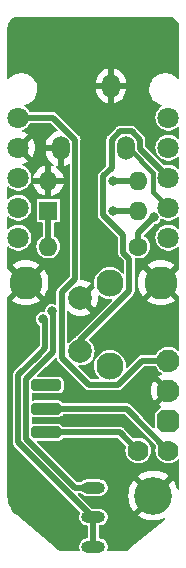
<source format=gtl>
G04 #@! TF.GenerationSoftware,KiCad,Pcbnew,7.0.6*
G04 #@! TF.CreationDate,2023-09-07T09:30:41-03:00*
G04 #@! TF.ProjectId,Lift Switch,4c696674-2053-4776-9974-63682e6b6963,rev?*
G04 #@! TF.SameCoordinates,Original*
G04 #@! TF.FileFunction,Copper,L1,Top*
G04 #@! TF.FilePolarity,Positive*
%FSLAX46Y46*%
G04 Gerber Fmt 4.6, Leading zero omitted, Abs format (unit mm)*
G04 Created by KiCad (PCBNEW 7.0.6) date 2023-09-07 09:30:41*
%MOMM*%
%LPD*%
G01*
G04 APERTURE LIST*
G04 Aperture macros list*
%AMRoundRect*
0 Rectangle with rounded corners*
0 $1 Rounding radius*
0 $2 $3 $4 $5 $6 $7 $8 $9 X,Y pos of 4 corners*
0 Add a 4 corners polygon primitive as box body*
4,1,4,$2,$3,$4,$5,$6,$7,$8,$9,$2,$3,0*
0 Add four circle primitives for the rounded corners*
1,1,$1+$1,$2,$3*
1,1,$1+$1,$4,$5*
1,1,$1+$1,$6,$7*
1,1,$1+$1,$8,$9*
0 Add four rect primitives between the rounded corners*
20,1,$1+$1,$2,$3,$4,$5,0*
20,1,$1+$1,$4,$5,$6,$7,0*
20,1,$1+$1,$6,$7,$8,$9,0*
20,1,$1+$1,$8,$9,$2,$3,0*%
%AMOutline5P*
0 Free polygon, 5 corners , with rotation*
0 The origin of the aperture is its center*
0 number of corners: always 5*
0 $1 to $10 corner X, Y*
0 $11 Rotation angle, in degrees counterclockwise*
0 create outline with 5 corners*
4,1,5,$1,$2,$3,$4,$5,$6,$7,$8,$9,$10,$1,$2,$11*%
%AMOutline6P*
0 Free polygon, 6 corners , with rotation*
0 The origin of the aperture is its center*
0 number of corners: always 6*
0 $1 to $12 corner X, Y*
0 $13 Rotation angle, in degrees counterclockwise*
0 create outline with 6 corners*
4,1,6,$1,$2,$3,$4,$5,$6,$7,$8,$9,$10,$11,$12,$1,$2,$13*%
%AMOutline7P*
0 Free polygon, 7 corners , with rotation*
0 The origin of the aperture is its center*
0 number of corners: always 7*
0 $1 to $14 corner X, Y*
0 $15 Rotation angle, in degrees counterclockwise*
0 create outline with 7 corners*
4,1,7,$1,$2,$3,$4,$5,$6,$7,$8,$9,$10,$11,$12,$13,$14,$1,$2,$15*%
%AMOutline8P*
0 Free polygon, 8 corners , with rotation*
0 The origin of the aperture is its center*
0 number of corners: always 8*
0 $1 to $16 corner X, Y*
0 $17 Rotation angle, in degrees counterclockwise*
0 create outline with 8 corners*
4,1,8,$1,$2,$3,$4,$5,$6,$7,$8,$9,$10,$11,$12,$13,$14,$15,$16,$1,$2,$17*%
G04 Aperture macros list end*
G04 #@! TA.AperFunction,ComponentPad*
%ADD10C,1.930400*%
G04 #@! TD*
G04 #@! TA.AperFunction,ComponentPad*
%ADD11Outline8P,-0.965200X0.482600X-0.482600X0.965200X0.482600X0.965200X0.965200X0.482600X0.965200X-0.482600X0.482600X-0.965200X-0.482600X-0.965200X-0.965200X-0.482600X270.000000*%
G04 #@! TD*
G04 #@! TA.AperFunction,ComponentPad*
%ADD12C,1.778000*%
G04 #@! TD*
G04 #@! TA.AperFunction,ComponentPad*
%ADD13C,3.200000*%
G04 #@! TD*
G04 #@! TA.AperFunction,ComponentPad*
%ADD14C,1.800000*%
G04 #@! TD*
G04 #@! TA.AperFunction,ComponentPad*
%ADD15C,2.800000*%
G04 #@! TD*
G04 #@! TA.AperFunction,SMDPad,CuDef*
%ADD16RoundRect,0.250000X-1.000000X-0.250000X1.000000X-0.250000X1.000000X0.250000X-1.000000X0.250000X0*%
G04 #@! TD*
G04 #@! TA.AperFunction,ComponentPad*
%ADD17C,1.600000*%
G04 #@! TD*
G04 #@! TA.AperFunction,ComponentPad*
%ADD18O,1.600000X1.600000*%
G04 #@! TD*
G04 #@! TA.AperFunction,ComponentPad*
%ADD19R,1.600000X1.600000*%
G04 #@! TD*
G04 #@! TA.AperFunction,ComponentPad*
%ADD20O,2.000000X1.000000*%
G04 #@! TD*
G04 #@! TA.AperFunction,ComponentPad*
%ADD21C,2.000000*%
G04 #@! TD*
G04 #@! TA.AperFunction,ComponentPad*
%ADD22C,2.300000*%
G04 #@! TD*
G04 #@! TA.AperFunction,ComponentPad*
%ADD23O,1.500000X2.000000*%
G04 #@! TD*
G04 #@! TA.AperFunction,ViaPad*
%ADD24C,0.800000*%
G04 #@! TD*
G04 #@! TA.AperFunction,Conductor*
%ADD25C,0.508000*%
G04 #@! TD*
G04 #@! TA.AperFunction,Conductor*
%ADD26C,0.381000*%
G04 #@! TD*
G04 APERTURE END LIST*
D10*
X140970000Y-105664000D03*
X140970000Y-108204000D03*
D11*
X140970000Y-110744000D03*
D12*
X140970000Y-113284000D03*
X138430000Y-113284000D03*
D13*
X139700000Y-117094000D03*
D14*
X128270000Y-85090000D03*
X128270000Y-87630000D03*
X128270000Y-90170000D03*
X128270000Y-92710000D03*
X128270000Y-95250000D03*
X140970000Y-95250000D03*
X140970000Y-92710000D03*
X140970000Y-90170000D03*
X140970000Y-87630000D03*
X140970000Y-85090000D03*
D15*
X140335000Y-99060000D03*
X128905000Y-99060000D03*
D16*
X130650000Y-107744000D03*
X130650000Y-111744000D03*
X130650000Y-109744000D03*
D17*
X138430000Y-96012000D03*
D18*
X130810000Y-96012000D03*
D19*
X130820000Y-92969000D03*
D18*
X130820000Y-90429000D03*
X138440000Y-90429000D03*
X138440000Y-92969000D03*
D20*
X134620000Y-118924000D03*
X134620000Y-121424000D03*
X134620000Y-116424000D03*
D21*
X133527000Y-104866000D03*
X133527000Y-100366000D03*
D22*
X136027000Y-99116000D03*
X136027000Y-106116000D03*
D23*
X131870000Y-87700000D03*
X136120000Y-82400000D03*
X137370000Y-87700000D03*
D24*
X138176000Y-108458000D03*
X130683000Y-83820000D03*
X140716000Y-103886000D03*
X133096000Y-102616000D03*
X128397000Y-80391000D03*
X139065000Y-85217000D03*
X132080000Y-113284000D03*
X134620000Y-77597000D03*
X131191000Y-97790000D03*
X134275651Y-94160696D03*
X137160000Y-116586000D03*
X128524000Y-114173000D03*
X128651000Y-101600000D03*
X128905000Y-117856000D03*
X140716000Y-101473000D03*
X130175000Y-86487000D03*
X136271000Y-120269000D03*
X128397000Y-104902000D03*
X135382000Y-103886000D03*
X128397000Y-77597000D03*
X136271000Y-113030000D03*
X132969000Y-108331000D03*
X140843000Y-77724000D03*
X134493000Y-87503000D03*
X138811000Y-81534000D03*
X132842000Y-120269000D03*
X130355427Y-102140353D03*
X136306920Y-90423196D03*
X136306500Y-92964000D03*
X131099500Y-101473000D03*
X139719101Y-93536897D03*
D25*
X133074000Y-86951287D02*
X131212713Y-85090000D01*
X133074000Y-98762733D02*
X133074000Y-86951287D01*
X131953000Y-99883733D02*
X133074000Y-98762733D01*
X136691399Y-107720000D02*
X134263000Y-107720000D01*
X140970000Y-105664000D02*
X138747399Y-105664000D01*
X131212713Y-85090000D02*
X128270000Y-85090000D01*
X131953000Y-105410000D02*
X131953000Y-99883733D01*
X134263000Y-107720000D02*
X131953000Y-105410000D01*
X138747399Y-105664000D02*
X136691399Y-107720000D01*
D26*
X137370000Y-87700000D02*
X137620000Y-87700000D01*
X139679500Y-91419500D02*
X140970000Y-92710000D01*
X137620000Y-87700000D02*
X139679500Y-89759500D01*
X139679500Y-89759500D02*
X139679500Y-91419500D01*
D25*
X134620000Y-121424000D02*
X134620000Y-118924000D01*
X130537000Y-104610130D02*
X130537000Y-103251000D01*
X128238000Y-112578869D02*
X128238000Y-107696000D01*
X136306920Y-90423196D02*
X138434196Y-90423196D01*
X134583131Y-118924000D02*
X132376394Y-116717263D01*
X130537000Y-102321926D02*
X130355427Y-102140353D01*
X129892565Y-105254565D02*
X130537000Y-104610130D01*
X134620000Y-118924000D02*
X134583131Y-118924000D01*
X130537000Y-103251000D02*
X130537000Y-102321926D01*
X132376394Y-116717263D02*
X128238000Y-112578869D01*
X128238000Y-107696000D02*
X128238000Y-106909130D01*
X138434196Y-90423196D02*
X138440000Y-90429000D01*
X128238000Y-106909130D02*
X129892565Y-105254565D01*
X131245000Y-104903394D02*
X131245000Y-103124000D01*
X133084394Y-116424000D02*
X128946000Y-112285606D01*
X134620000Y-116424000D02*
X133084394Y-116424000D01*
X128946000Y-107202394D02*
X131245000Y-104903394D01*
X138435000Y-92964000D02*
X138440000Y-92969000D01*
X131245000Y-103124000D02*
X131245000Y-101618500D01*
X131245000Y-101618500D02*
X131099500Y-101473000D01*
X128946000Y-112285606D02*
X128946000Y-107569000D01*
X136306500Y-92964000D02*
X138435000Y-92964000D01*
X128946000Y-107569000D02*
X128946000Y-107202394D01*
X138430000Y-96012000D02*
X138430000Y-94825998D01*
X138430000Y-94825998D02*
X139719101Y-93536897D01*
X130820000Y-92969000D02*
X130820000Y-96002000D01*
X130820000Y-96002000D02*
X130810000Y-96012000D01*
X140970000Y-90170000D02*
X140970000Y-90138539D01*
X137668000Y-97023424D02*
X137668000Y-99743399D01*
X135452500Y-90069877D02*
X135452500Y-93317739D01*
X138574000Y-86951287D02*
X137868713Y-86246000D01*
X136166000Y-89356377D02*
X135452500Y-90069877D01*
X137160000Y-95025239D02*
X137160000Y-96515424D01*
X137868713Y-86246000D02*
X136871287Y-86246000D01*
X135452500Y-93317739D02*
X137160000Y-95025239D01*
X133527000Y-103884399D02*
X133527000Y-104866000D01*
X137160000Y-96515424D02*
X137668000Y-97023424D01*
X138574000Y-87742539D02*
X138574000Y-86951287D01*
X140970000Y-90138539D02*
X138574000Y-87742539D01*
X136871287Y-86246000D02*
X136166000Y-86951287D01*
X136166000Y-86951287D02*
X136166000Y-89356377D01*
X137668000Y-99743399D02*
X133527000Y-103884399D01*
X136890000Y-111744000D02*
X130650000Y-111744000D01*
X138430000Y-113284000D02*
X136890000Y-111744000D01*
X130650000Y-109744000D02*
X137430000Y-109744000D01*
X137430000Y-109744000D02*
X140970000Y-113284000D01*
G04 #@! TA.AperFunction,Conductor*
G36*
X131041643Y-85562093D02*
G01*
X131046479Y-85566526D01*
X131584885Y-86104932D01*
X131606625Y-86151552D01*
X131593311Y-86201239D01*
X131554949Y-86229625D01*
X131373580Y-86288555D01*
X131174171Y-86395862D01*
X131174166Y-86395866D01*
X130997130Y-86537047D01*
X130848143Y-86707576D01*
X130732004Y-86901958D01*
X130732002Y-86901963D01*
X130652433Y-87113970D01*
X130612000Y-87336768D01*
X130612000Y-87446000D01*
X131370000Y-87446000D01*
X131370000Y-87954000D01*
X130612000Y-87954000D01*
X130612000Y-88006516D01*
X130627211Y-88175525D01*
X130627212Y-88175529D01*
X130687456Y-88393815D01*
X130785704Y-88597833D01*
X130918804Y-88781030D01*
X131082477Y-88937519D01*
X131225171Y-89031710D01*
X131255821Y-89073022D01*
X131252744Y-89124370D01*
X131217382Y-89161727D01*
X131166280Y-89167614D01*
X131164281Y-89167108D01*
X131073999Y-89142917D01*
X131073999Y-90117313D01*
X131058045Y-90101359D01*
X130945148Y-90043835D01*
X130851481Y-90029000D01*
X130788519Y-90029000D01*
X130694852Y-90043835D01*
X130581955Y-90101359D01*
X130565999Y-90117314D01*
X130566000Y-89142917D01*
X130565999Y-89142917D01*
X130370929Y-89195186D01*
X130370925Y-89195188D01*
X130163507Y-89291908D01*
X129976018Y-89423189D01*
X129814189Y-89585018D01*
X129682908Y-89772507D01*
X129586188Y-89979925D01*
X129586187Y-89979929D01*
X129533918Y-90175000D01*
X130508314Y-90175000D01*
X130492359Y-90190955D01*
X130434835Y-90303852D01*
X130415014Y-90429000D01*
X130434835Y-90554148D01*
X130492359Y-90667045D01*
X130508314Y-90683000D01*
X129533918Y-90683000D01*
X129586187Y-90878070D01*
X129586188Y-90878074D01*
X129682908Y-91085492D01*
X129814189Y-91272981D01*
X129976018Y-91434810D01*
X130163507Y-91566091D01*
X130370925Y-91662811D01*
X130370929Y-91662812D01*
X130566000Y-91715081D01*
X130566000Y-90740686D01*
X130581955Y-90756641D01*
X130694852Y-90814165D01*
X130788519Y-90829000D01*
X130851481Y-90829000D01*
X130945148Y-90814165D01*
X131058045Y-90756641D01*
X131073999Y-90740686D01*
X131073999Y-91715081D01*
X131269070Y-91662812D01*
X131269074Y-91662811D01*
X131476492Y-91566091D01*
X131663981Y-91434810D01*
X131825810Y-91272981D01*
X131957091Y-91085492D01*
X132053811Y-90878074D01*
X132053812Y-90878070D01*
X132106082Y-90683000D01*
X131131686Y-90683000D01*
X131147641Y-90667045D01*
X131205165Y-90554148D01*
X131224986Y-90429000D01*
X131205165Y-90303852D01*
X131147641Y-90190955D01*
X131131686Y-90175000D01*
X132106082Y-90175000D01*
X132053812Y-89979929D01*
X132053811Y-89979925D01*
X131957091Y-89772507D01*
X131825810Y-89585018D01*
X131663981Y-89423189D01*
X131491761Y-89302599D01*
X131462256Y-89260462D01*
X131466740Y-89209218D01*
X131503113Y-89172845D01*
X131551628Y-89167685D01*
X131616000Y-89182378D01*
X131616000Y-88381115D01*
X131660156Y-88409493D01*
X131798111Y-88450000D01*
X131941889Y-88450000D01*
X132079844Y-88409493D01*
X132124000Y-88381115D01*
X132124000Y-89185081D01*
X132151064Y-89181415D01*
X132151073Y-89181413D01*
X132366419Y-89111444D01*
X132508665Y-89034898D01*
X132559568Y-89027485D01*
X132603327Y-89054526D01*
X132619500Y-89101119D01*
X132619500Y-98543323D01*
X132601907Y-98591661D01*
X132597474Y-98596497D01*
X131651165Y-99542806D01*
X131648019Y-99545618D01*
X131616067Y-99571098D01*
X131582260Y-99620682D01*
X131546629Y-99668962D01*
X131543998Y-99673941D01*
X131543950Y-99673915D01*
X131541278Y-99679208D01*
X131541327Y-99679232D01*
X131538882Y-99684308D01*
X131521196Y-99741648D01*
X131501377Y-99798285D01*
X131500331Y-99803816D01*
X131500279Y-99803806D01*
X131499286Y-99809650D01*
X131499339Y-99809658D01*
X131498500Y-99815225D01*
X131498500Y-99875224D01*
X131496255Y-99935195D01*
X131496887Y-99940798D01*
X131496832Y-99940804D01*
X131498500Y-99953470D01*
X131498500Y-100875749D01*
X131480907Y-100924087D01*
X131436358Y-100949807D01*
X131394522Y-100945225D01*
X131256263Y-100887956D01*
X131163540Y-100875749D01*
X131099500Y-100867318D01*
X131099499Y-100867318D01*
X130942736Y-100887956D01*
X130796660Y-100948463D01*
X130796657Y-100948465D01*
X130671217Y-101044717D01*
X130574965Y-101170157D01*
X130574963Y-101170160D01*
X130514456Y-101316236D01*
X130493295Y-101476972D01*
X130469542Y-101522599D01*
X130422018Y-101542284D01*
X130408924Y-101541713D01*
X130355428Y-101534671D01*
X130355427Y-101534671D01*
X130303173Y-101541550D01*
X130198663Y-101555309D01*
X130052587Y-101615816D01*
X130052584Y-101615818D01*
X129927144Y-101712070D01*
X129830892Y-101837510D01*
X129830890Y-101837513D01*
X129770383Y-101983589D01*
X129749745Y-102140352D01*
X129770383Y-102297116D01*
X129830890Y-102443192D01*
X129830892Y-102443195D01*
X129927144Y-102568635D01*
X130053079Y-102665267D01*
X130080717Y-102708650D01*
X130082500Y-102724927D01*
X130082500Y-104390721D01*
X130064907Y-104439059D01*
X130060474Y-104443895D01*
X129547096Y-104957273D01*
X127936165Y-106568203D01*
X127933019Y-106571015D01*
X127901067Y-106596495D01*
X127901064Y-106596498D01*
X127901064Y-106596499D01*
X127867260Y-106646079D01*
X127831629Y-106694359D01*
X127828998Y-106699338D01*
X127828950Y-106699312D01*
X127826278Y-106704605D01*
X127826327Y-106704629D01*
X127823882Y-106709705D01*
X127806196Y-106767045D01*
X127786377Y-106823682D01*
X127785331Y-106829213D01*
X127785279Y-106829203D01*
X127784286Y-106835047D01*
X127784339Y-106835055D01*
X127783500Y-106840622D01*
X127783500Y-106900621D01*
X127781255Y-106960592D01*
X127781887Y-106966195D01*
X127781832Y-106966201D01*
X127783500Y-106978867D01*
X127783500Y-112551226D01*
X127783263Y-112555439D01*
X127778687Y-112596051D01*
X127778687Y-112596058D01*
X127789843Y-112655017D01*
X127798785Y-112714344D01*
X127800447Y-112719731D01*
X127800393Y-112719747D01*
X127802246Y-112725377D01*
X127802298Y-112725359D01*
X127804159Y-112730678D01*
X127832196Y-112783726D01*
X127858230Y-112837784D01*
X127858233Y-112837790D01*
X127858237Y-112837794D01*
X127861408Y-112842445D01*
X127861361Y-112842476D01*
X127864787Y-112847305D01*
X127864832Y-112847273D01*
X127868177Y-112851805D01*
X127868178Y-112851806D01*
X127868180Y-112851809D01*
X127910609Y-112894238D01*
X127951423Y-112938225D01*
X127951424Y-112938226D01*
X127955832Y-112941741D01*
X127955797Y-112941784D01*
X127965933Y-112949562D01*
X132080379Y-117064010D01*
X132080400Y-117064029D01*
X132801775Y-117785404D01*
X133500226Y-118483855D01*
X133521966Y-118530475D01*
X133513638Y-118571976D01*
X133460211Y-118673771D01*
X133460210Y-118673772D01*
X133429677Y-118797651D01*
X133419500Y-118838944D01*
X133419500Y-119009056D01*
X133447518Y-119122730D01*
X133460210Y-119174225D01*
X133539266Y-119324852D01*
X133539268Y-119324855D01*
X133652062Y-119452174D01*
X133652067Y-119452178D01*
X133652071Y-119452183D01*
X133792070Y-119548818D01*
X133951128Y-119609140D01*
X134077628Y-119624500D01*
X134090300Y-119624500D01*
X134138638Y-119642093D01*
X134164358Y-119686642D01*
X134165500Y-119699700D01*
X134165500Y-120648300D01*
X134147907Y-120696638D01*
X134103358Y-120722358D01*
X134090300Y-120723500D01*
X134077628Y-120723500D01*
X133951128Y-120738860D01*
X133951126Y-120738860D01*
X133951124Y-120738861D01*
X133792072Y-120799181D01*
X133792069Y-120799182D01*
X133652072Y-120895816D01*
X133652062Y-120895825D01*
X133539268Y-121023144D01*
X133539266Y-121023147D01*
X133460210Y-121173774D01*
X133419500Y-121338945D01*
X133419500Y-121509054D01*
X133460210Y-121674227D01*
X133460211Y-121674228D01*
X133482005Y-121715753D01*
X133488891Y-121766730D01*
X133461398Y-121810206D01*
X133415419Y-121825900D01*
X132181045Y-121825900D01*
X132180868Y-121825886D01*
X132175051Y-121825887D01*
X132158495Y-121825890D01*
X132121557Y-121825899D01*
X132118287Y-121825758D01*
X131966899Y-121812582D01*
X131954021Y-121810320D01*
X131811968Y-121772393D01*
X131799676Y-121767935D01*
X131694309Y-121718972D01*
X131666332Y-121705971D01*
X131654999Y-121699451D01*
X131530448Y-121612566D01*
X131527850Y-121610581D01*
X131482504Y-121572685D01*
X131482362Y-121572584D01*
X128135987Y-118777203D01*
X128134206Y-118775617D01*
X128026915Y-118673772D01*
X127938175Y-118589537D01*
X127934986Y-118586107D01*
X127923400Y-118571976D01*
X127764346Y-118377989D01*
X127761609Y-118374190D01*
X127618168Y-118146461D01*
X127615924Y-118142352D01*
X127501917Y-117898565D01*
X127500200Y-117894203D01*
X127417389Y-117638126D01*
X127416227Y-117633583D01*
X127365901Y-117369200D01*
X127365313Y-117364548D01*
X127348176Y-117094747D01*
X127348100Y-117092363D01*
X127348100Y-100288838D01*
X127365693Y-100240500D01*
X127370126Y-100235664D01*
X128041177Y-99564612D01*
X128110146Y-99675263D01*
X128250268Y-99822671D01*
X128398419Y-99925788D01*
X127747393Y-100576814D01*
X127870824Y-100669213D01*
X128110357Y-100800008D01*
X128366091Y-100895392D01*
X128632761Y-100953402D01*
X128632784Y-100953405D01*
X128904994Y-100972874D01*
X128905006Y-100972874D01*
X129177215Y-100953405D01*
X129177238Y-100953402D01*
X129443908Y-100895392D01*
X129699642Y-100800008D01*
X129939175Y-100669213D01*
X130062605Y-100576814D01*
X129409488Y-99923697D01*
X129479214Y-99884996D01*
X129633531Y-99752520D01*
X129758021Y-99591692D01*
X129770487Y-99566278D01*
X130421814Y-100217605D01*
X130514213Y-100094175D01*
X130645008Y-99854642D01*
X130740392Y-99598908D01*
X130798402Y-99332238D01*
X130798405Y-99332215D01*
X130817874Y-99060005D01*
X130817874Y-99059994D01*
X130798405Y-98787784D01*
X130798402Y-98787761D01*
X130740392Y-98521091D01*
X130645008Y-98265357D01*
X130514213Y-98025824D01*
X130421814Y-97902394D01*
X129768821Y-98555385D01*
X129699854Y-98444737D01*
X129559732Y-98297329D01*
X129411578Y-98194210D01*
X130062605Y-97543184D01*
X129939175Y-97450786D01*
X129699642Y-97319991D01*
X129443908Y-97224607D01*
X129177238Y-97166597D01*
X129177215Y-97166594D01*
X128905006Y-97147126D01*
X128904994Y-97147126D01*
X128632784Y-97166594D01*
X128632761Y-97166597D01*
X128366091Y-97224607D01*
X128110357Y-97319991D01*
X127870824Y-97450786D01*
X127747393Y-97543184D01*
X128400512Y-98196302D01*
X128330786Y-98235004D01*
X128176469Y-98367480D01*
X128051979Y-98528308D01*
X128039512Y-98553722D01*
X127370126Y-97884335D01*
X127348386Y-97837715D01*
X127348100Y-97831161D01*
X127348100Y-96069046D01*
X127365693Y-96020708D01*
X127410242Y-95994988D01*
X127460900Y-96003921D01*
X127473962Y-96013473D01*
X127603956Y-96131979D01*
X127777359Y-96239346D01*
X127777361Y-96239346D01*
X127777363Y-96239348D01*
X127967544Y-96313024D01*
X128168024Y-96350500D01*
X128168029Y-96350500D01*
X128371971Y-96350500D01*
X128371976Y-96350500D01*
X128572456Y-96313024D01*
X128762637Y-96239348D01*
X128936041Y-96131981D01*
X129067654Y-96012000D01*
X129804659Y-96012000D01*
X129823975Y-96208128D01*
X129823975Y-96208130D01*
X129823976Y-96208132D01*
X129867163Y-96350500D01*
X129881188Y-96396732D01*
X129974087Y-96570533D01*
X129974091Y-96570539D01*
X130099116Y-96722883D01*
X130178905Y-96788364D01*
X130251462Y-96847910D01*
X130425273Y-96940814D01*
X130613868Y-96998024D01*
X130810000Y-97017341D01*
X131006132Y-96998024D01*
X131194727Y-96940814D01*
X131368538Y-96847910D01*
X131520883Y-96722883D01*
X131645910Y-96570538D01*
X131738814Y-96396727D01*
X131796024Y-96208132D01*
X131815341Y-96012000D01*
X131796024Y-95815868D01*
X131738814Y-95627273D01*
X131645910Y-95453462D01*
X131522570Y-95303172D01*
X131520883Y-95301116D01*
X131368539Y-95176091D01*
X131368537Y-95176089D01*
X131314250Y-95147072D01*
X131279914Y-95108770D01*
X131274500Y-95080752D01*
X131274500Y-94044700D01*
X131292093Y-93996362D01*
X131336642Y-93970642D01*
X131349700Y-93969500D01*
X131639749Y-93969500D01*
X131661471Y-93965179D01*
X131698231Y-93957867D01*
X131764552Y-93913552D01*
X131808867Y-93847231D01*
X131820500Y-93788748D01*
X131820500Y-92149252D01*
X131808867Y-92090769D01*
X131764552Y-92024448D01*
X131698231Y-91980133D01*
X131698229Y-91980132D01*
X131639749Y-91968500D01*
X131639748Y-91968500D01*
X130000252Y-91968500D01*
X130000251Y-91968500D01*
X129941770Y-91980132D01*
X129941768Y-91980133D01*
X129875448Y-92024448D01*
X129831133Y-92090768D01*
X129831132Y-92090770D01*
X129819500Y-92149251D01*
X129819500Y-93788748D01*
X129831132Y-93847229D01*
X129831133Y-93847231D01*
X129875448Y-93913552D01*
X129941769Y-93957867D01*
X129971010Y-93963683D01*
X130000251Y-93969500D01*
X130000252Y-93969500D01*
X130290300Y-93969500D01*
X130338638Y-93987093D01*
X130364358Y-94031642D01*
X130365500Y-94044700D01*
X130365500Y-95070062D01*
X130347907Y-95118400D01*
X130325749Y-95136382D01*
X130251466Y-95176087D01*
X130251460Y-95176091D01*
X130099116Y-95301116D01*
X129974091Y-95453460D01*
X129974087Y-95453466D01*
X129881188Y-95627267D01*
X129823975Y-95815871D01*
X129804659Y-96012000D01*
X129067654Y-96012000D01*
X129086764Y-95994579D01*
X129209673Y-95831821D01*
X129300582Y-95649250D01*
X129356397Y-95453083D01*
X129375215Y-95250000D01*
X129374309Y-95240226D01*
X129368366Y-95176087D01*
X129356397Y-95046917D01*
X129345340Y-95008055D01*
X129300583Y-94850752D01*
X129300581Y-94850748D01*
X129209675Y-94668182D01*
X129204665Y-94661548D01*
X129092762Y-94513363D01*
X129086767Y-94505424D01*
X129086764Y-94505421D01*
X128936043Y-94368020D01*
X128762640Y-94260653D01*
X128572457Y-94186976D01*
X128539042Y-94180730D01*
X128371976Y-94149500D01*
X128168024Y-94149500D01*
X128034370Y-94174484D01*
X127967542Y-94186976D01*
X127777360Y-94260653D01*
X127777359Y-94260653D01*
X127603956Y-94368020D01*
X127473962Y-94486526D01*
X127426387Y-94506090D01*
X127377368Y-94490495D01*
X127349841Y-94447041D01*
X127348100Y-94430953D01*
X127348100Y-93529046D01*
X127365693Y-93480708D01*
X127410242Y-93454988D01*
X127460900Y-93463921D01*
X127473962Y-93473473D01*
X127603956Y-93591979D01*
X127777359Y-93699346D01*
X127777361Y-93699346D01*
X127777363Y-93699348D01*
X127967544Y-93773024D01*
X128168024Y-93810500D01*
X128168029Y-93810500D01*
X128371971Y-93810500D01*
X128371976Y-93810500D01*
X128572456Y-93773024D01*
X128762637Y-93699348D01*
X128936041Y-93591981D01*
X129086764Y-93454579D01*
X129209673Y-93291821D01*
X129300582Y-93109250D01*
X129342967Y-92960286D01*
X129356396Y-92913087D01*
X129356396Y-92913086D01*
X129356397Y-92913083D01*
X129375215Y-92710000D01*
X129356397Y-92506917D01*
X129355592Y-92504086D01*
X129300583Y-92310752D01*
X129300581Y-92310748D01*
X129209675Y-92128182D01*
X129086767Y-91965424D01*
X129086764Y-91965421D01*
X128936043Y-91828020D01*
X128762640Y-91720653D01*
X128572457Y-91646976D01*
X128539042Y-91640730D01*
X128371976Y-91609500D01*
X128168024Y-91609500D01*
X128059958Y-91629701D01*
X127967542Y-91646976D01*
X127777360Y-91720653D01*
X127777359Y-91720653D01*
X127603956Y-91828020D01*
X127473962Y-91946526D01*
X127426387Y-91966090D01*
X127377368Y-91950495D01*
X127349841Y-91907041D01*
X127348100Y-91890953D01*
X127348100Y-90989046D01*
X127365693Y-90940708D01*
X127410242Y-90914988D01*
X127460900Y-90923921D01*
X127473960Y-90933472D01*
X127504142Y-90960986D01*
X127603956Y-91051979D01*
X127777359Y-91159346D01*
X127777361Y-91159346D01*
X127777363Y-91159348D01*
X127967544Y-91233024D01*
X128168024Y-91270500D01*
X128168029Y-91270500D01*
X128371971Y-91270500D01*
X128371976Y-91270500D01*
X128572456Y-91233024D01*
X128762637Y-91159348D01*
X128936041Y-91051981D01*
X129086764Y-90914579D01*
X129209673Y-90751821D01*
X129300582Y-90569250D01*
X129356397Y-90373083D01*
X129375215Y-90170000D01*
X129372399Y-90139614D01*
X129363524Y-90043835D01*
X129356397Y-89966917D01*
X129356396Y-89966912D01*
X129300583Y-89770752D01*
X129300581Y-89770748D01*
X129209675Y-89588182D01*
X129196815Y-89571153D01*
X129177043Y-89544970D01*
X129086767Y-89425424D01*
X129086764Y-89425421D01*
X128936043Y-89288020D01*
X128762640Y-89180653D01*
X128638358Y-89132506D01*
X128599640Y-89098639D01*
X128591749Y-89047808D01*
X128618378Y-89003797D01*
X128641106Y-88991258D01*
X128837525Y-88923828D01*
X129042744Y-88812769D01*
X129071317Y-88790529D01*
X129071317Y-88790527D01*
X128397588Y-88116797D01*
X128412315Y-88114680D01*
X128543100Y-88054952D01*
X128651761Y-87960798D01*
X128729493Y-87839844D01*
X128754361Y-87755150D01*
X129429202Y-88429991D01*
X129512544Y-88302428D01*
X129606272Y-88088750D01*
X129606273Y-88088746D01*
X129663557Y-87862540D01*
X129682826Y-87630001D01*
X129682826Y-87629998D01*
X129663557Y-87397459D01*
X129606273Y-87171253D01*
X129606272Y-87171249D01*
X129512543Y-86957570D01*
X129512541Y-86957566D01*
X129429203Y-86830007D01*
X129429202Y-86830007D01*
X128754360Y-87504848D01*
X128729493Y-87420156D01*
X128651761Y-87299202D01*
X128543100Y-87205048D01*
X128412315Y-87145320D01*
X128397587Y-87143202D01*
X129071317Y-86469471D01*
X129071317Y-86469469D01*
X129042745Y-86447230D01*
X128837522Y-86336170D01*
X128837518Y-86336168D01*
X128641106Y-86268740D01*
X128601100Y-86236405D01*
X128591238Y-86185919D01*
X128616135Y-86140906D01*
X128638355Y-86127494D01*
X128762637Y-86079348D01*
X128936041Y-85971981D01*
X129086764Y-85834579D01*
X129209673Y-85671821D01*
X129252316Y-85586180D01*
X129289611Y-85550753D01*
X129319633Y-85544500D01*
X130993305Y-85544500D01*
X131041643Y-85562093D01*
G37*
G04 #@! TD.AperFunction*
G04 #@! TA.AperFunction,Conductor*
G36*
X137258930Y-110216093D02*
G01*
X137263766Y-110220526D01*
X139914540Y-112871300D01*
X139936280Y-112917920D01*
X139933695Y-112945053D01*
X139894463Y-113082938D01*
X139894462Y-113082946D01*
X139875832Y-113283997D01*
X139875832Y-113284002D01*
X139894462Y-113485057D01*
X139949717Y-113679257D01*
X139949719Y-113679260D01*
X140039717Y-113860001D01*
X140161400Y-114021136D01*
X140310613Y-114157163D01*
X140482283Y-114263457D01*
X140482285Y-114263457D01*
X140482287Y-114263459D01*
X140670567Y-114336399D01*
X140869043Y-114373500D01*
X140869048Y-114373500D01*
X141070952Y-114373500D01*
X141070957Y-114373500D01*
X141269433Y-114336399D01*
X141457713Y-114263459D01*
X141629384Y-114157165D01*
X141766039Y-114032586D01*
X141813612Y-114013023D01*
X141862631Y-114028617D01*
X141890159Y-114072072D01*
X141891900Y-114088160D01*
X141891900Y-116549544D01*
X141874307Y-116597882D01*
X141829758Y-116623602D01*
X141779100Y-116614669D01*
X141746035Y-116575264D01*
X141743073Y-116564844D01*
X141734574Y-116523945D01*
X141734570Y-116523933D01*
X141638001Y-116252210D01*
X141638000Y-116252209D01*
X141505323Y-115996155D01*
X141361211Y-115791996D01*
X140748545Y-116404662D01*
X140747433Y-116402596D01*
X140607145Y-116226680D01*
X140437701Y-116078642D01*
X140386649Y-116048140D01*
X141000368Y-115434421D01*
X140918477Y-115367798D01*
X140672085Y-115217965D01*
X140672078Y-115217961D01*
X140407585Y-115103075D01*
X140407576Y-115103072D01*
X140129887Y-115025268D01*
X139844185Y-114986000D01*
X139555815Y-114986000D01*
X139270112Y-115025268D01*
X138992423Y-115103072D01*
X138992414Y-115103075D01*
X138727921Y-115217961D01*
X138727914Y-115217965D01*
X138481519Y-115367801D01*
X138481512Y-115367806D01*
X138399630Y-115434420D01*
X138399630Y-115434421D01*
X139013150Y-116047941D01*
X138874253Y-116148856D01*
X138718761Y-116311488D01*
X138654949Y-116408158D01*
X138038787Y-115791996D01*
X138038786Y-115791996D01*
X137894678Y-115996151D01*
X137761999Y-116252209D01*
X137761998Y-116252210D01*
X137665429Y-116523933D01*
X137665425Y-116523945D01*
X137606755Y-116806280D01*
X137606755Y-116806283D01*
X137587074Y-117093999D01*
X137606755Y-117381716D01*
X137606755Y-117381719D01*
X137665425Y-117664054D01*
X137665429Y-117664066D01*
X137761998Y-117935789D01*
X137761999Y-117935790D01*
X137894678Y-118191848D01*
X138038787Y-118396002D01*
X138651453Y-117783335D01*
X138652567Y-117785404D01*
X138792855Y-117961320D01*
X138962299Y-118109358D01*
X139013349Y-118139859D01*
X138399630Y-118753577D01*
X138481514Y-118820195D01*
X138481521Y-118820200D01*
X138727914Y-118970034D01*
X138727921Y-118970038D01*
X138992414Y-119084924D01*
X138992423Y-119084927D01*
X139270112Y-119162731D01*
X139555815Y-119202000D01*
X139844185Y-119202000D01*
X140129887Y-119162731D01*
X140407576Y-119084927D01*
X140407585Y-119084924D01*
X140612207Y-118996043D01*
X140663552Y-118992922D01*
X140704891Y-119023535D01*
X140716880Y-119073558D01*
X140693911Y-119119584D01*
X140690377Y-119122730D01*
X137757637Y-121572584D01*
X137757496Y-121572685D01*
X137712225Y-121610518D01*
X137709624Y-121612506D01*
X137584994Y-121699445D01*
X137573661Y-121705965D01*
X137440323Y-121767927D01*
X137428030Y-121772386D01*
X137285976Y-121810313D01*
X137273099Y-121812575D01*
X137172410Y-121821338D01*
X137121628Y-121825758D01*
X137118368Y-121825899D01*
X137081893Y-121825890D01*
X137064949Y-121825887D01*
X137064948Y-121825887D01*
X137059131Y-121825886D01*
X137058955Y-121825900D01*
X135824581Y-121825900D01*
X135776243Y-121808307D01*
X135750523Y-121763758D01*
X135757995Y-121715753D01*
X135779788Y-121674228D01*
X135779789Y-121674227D01*
X135779789Y-121674226D01*
X135779790Y-121674225D01*
X135820500Y-121509056D01*
X135820500Y-121338944D01*
X135779790Y-121173775D01*
X135700734Y-121023148D01*
X135700732Y-121023146D01*
X135700731Y-121023144D01*
X135587937Y-120895825D01*
X135587932Y-120895820D01*
X135587929Y-120895817D01*
X135447930Y-120799182D01*
X135288872Y-120738860D01*
X135162372Y-120723500D01*
X135149700Y-120723500D01*
X135101362Y-120705907D01*
X135075642Y-120661358D01*
X135074500Y-120648300D01*
X135074500Y-119699700D01*
X135092093Y-119651362D01*
X135136642Y-119625642D01*
X135149700Y-119624500D01*
X135162372Y-119624500D01*
X135288872Y-119609140D01*
X135447930Y-119548818D01*
X135587929Y-119452183D01*
X135700734Y-119324852D01*
X135779790Y-119174225D01*
X135820500Y-119009056D01*
X135820500Y-118838944D01*
X135779790Y-118673775D01*
X135700734Y-118523148D01*
X135700732Y-118523146D01*
X135700731Y-118523144D01*
X135587937Y-118395825D01*
X135587932Y-118395820D01*
X135587929Y-118395817D01*
X135447930Y-118299182D01*
X135288872Y-118238860D01*
X135162372Y-118223500D01*
X134556539Y-118223500D01*
X134508201Y-118205907D01*
X134503365Y-118201474D01*
X133308766Y-117006874D01*
X133287026Y-116960254D01*
X133300340Y-116910567D01*
X133342477Y-116881062D01*
X133361940Y-116878500D01*
X133552949Y-116878500D01*
X133601287Y-116896093D01*
X133609236Y-116903832D01*
X133652071Y-116952183D01*
X133792070Y-117048818D01*
X133951128Y-117109140D01*
X134077628Y-117124500D01*
X135162372Y-117124500D01*
X135288872Y-117109140D01*
X135447930Y-117048818D01*
X135587929Y-116952183D01*
X135700734Y-116824852D01*
X135779790Y-116674225D01*
X135820500Y-116509056D01*
X135820500Y-116338944D01*
X135779790Y-116173775D01*
X135700734Y-116023148D01*
X135700732Y-116023146D01*
X135700731Y-116023144D01*
X135587937Y-115895825D01*
X135587932Y-115895820D01*
X135587929Y-115895817D01*
X135447930Y-115799182D01*
X135288872Y-115738860D01*
X135162372Y-115723500D01*
X134077628Y-115723500D01*
X133951128Y-115738860D01*
X133951126Y-115738860D01*
X133951124Y-115738861D01*
X133792072Y-115799181D01*
X133792069Y-115799182D01*
X133652072Y-115895816D01*
X133652069Y-115895818D01*
X133609237Y-115944167D01*
X133564014Y-115968681D01*
X133552949Y-115969500D01*
X133303802Y-115969500D01*
X133255464Y-115951907D01*
X133250628Y-115947474D01*
X129876029Y-112572874D01*
X129854289Y-112526254D01*
X129867603Y-112476567D01*
X129909740Y-112447062D01*
X129929203Y-112444500D01*
X131704272Y-112444500D01*
X131718312Y-112443182D01*
X131734699Y-112441646D01*
X131862882Y-112396793D01*
X131972150Y-112316150D01*
X132036436Y-112229044D01*
X132079296Y-112200600D01*
X132096942Y-112198500D01*
X136670592Y-112198500D01*
X136718930Y-112216093D01*
X136723766Y-112220526D01*
X137374540Y-112871300D01*
X137396280Y-112917920D01*
X137393695Y-112945053D01*
X137354463Y-113082938D01*
X137354462Y-113082946D01*
X137335832Y-113283997D01*
X137335832Y-113284002D01*
X137354462Y-113485057D01*
X137409717Y-113679257D01*
X137409719Y-113679260D01*
X137499717Y-113860001D01*
X137621400Y-114021136D01*
X137770613Y-114157163D01*
X137942283Y-114263457D01*
X137942285Y-114263457D01*
X137942287Y-114263459D01*
X138130567Y-114336399D01*
X138329043Y-114373500D01*
X138329048Y-114373500D01*
X138530952Y-114373500D01*
X138530957Y-114373500D01*
X138729433Y-114336399D01*
X138917713Y-114263459D01*
X139089384Y-114157165D01*
X139238600Y-114021136D01*
X139360280Y-113860005D01*
X139450281Y-113679259D01*
X139505538Y-113485053D01*
X139524168Y-113284000D01*
X139505538Y-113082947D01*
X139505537Y-113082942D01*
X139450282Y-112888742D01*
X139450280Y-112888739D01*
X139360282Y-112707998D01*
X139245075Y-112555439D01*
X139238600Y-112546864D01*
X139226038Y-112535412D01*
X139089386Y-112410836D01*
X138917716Y-112304542D01*
X138729434Y-112231601D01*
X138696353Y-112225417D01*
X138530957Y-112194500D01*
X138329043Y-112194500D01*
X138213529Y-112216093D01*
X138130565Y-112231601D01*
X138096821Y-112244673D01*
X138045392Y-112245727D01*
X138016484Y-112227724D01*
X137230926Y-111442165D01*
X137228114Y-111439019D01*
X137227321Y-111438024D01*
X137202631Y-111407064D01*
X137153050Y-111373260D01*
X137124815Y-111352422D01*
X137104771Y-111337629D01*
X137099790Y-111334997D01*
X137099815Y-111334948D01*
X137094532Y-111332281D01*
X137094509Y-111332330D01*
X137089431Y-111329885D01*
X137032083Y-111312195D01*
X136975454Y-111292379D01*
X136969918Y-111291332D01*
X136969927Y-111291279D01*
X136964083Y-111290286D01*
X136964076Y-111290339D01*
X136958508Y-111289500D01*
X136958505Y-111289500D01*
X136898509Y-111289500D01*
X136838539Y-111287255D01*
X136832939Y-111287887D01*
X136832932Y-111287832D01*
X136820263Y-111289500D01*
X132096942Y-111289500D01*
X132048604Y-111271907D01*
X132036436Y-111258955D01*
X132027136Y-111246354D01*
X131972150Y-111171850D01*
X131862882Y-111091207D01*
X131862879Y-111091205D01*
X131765470Y-111057121D01*
X131734699Y-111046354D01*
X131734694Y-111046353D01*
X131734692Y-111046353D01*
X131704273Y-111043500D01*
X131704266Y-111043500D01*
X129595734Y-111043500D01*
X129595727Y-111043500D01*
X129565307Y-111046353D01*
X129565295Y-111046355D01*
X129500536Y-111069015D01*
X129449100Y-111068373D01*
X129410111Y-111034819D01*
X129400500Y-110998035D01*
X129400500Y-110489964D01*
X129418093Y-110441626D01*
X129462642Y-110415906D01*
X129500536Y-110418983D01*
X129565301Y-110441646D01*
X129579347Y-110442963D01*
X129595727Y-110444500D01*
X129595734Y-110444500D01*
X131704272Y-110444500D01*
X131718312Y-110443182D01*
X131734699Y-110441646D01*
X131862882Y-110396793D01*
X131972150Y-110316150D01*
X132036436Y-110229044D01*
X132079296Y-110200600D01*
X132096942Y-110198500D01*
X137210592Y-110198500D01*
X137258930Y-110216093D01*
G37*
G04 #@! TD.AperFunction*
G04 #@! TA.AperFunction,Conductor*
G36*
X131468744Y-105410290D02*
G01*
X131498249Y-105452427D01*
X131499500Y-105457908D01*
X131504843Y-105486148D01*
X131513785Y-105545475D01*
X131515447Y-105550862D01*
X131515393Y-105550878D01*
X131517246Y-105556508D01*
X131517298Y-105556490D01*
X131519159Y-105561809D01*
X131547196Y-105614857D01*
X131565244Y-105652333D01*
X131573233Y-105668921D01*
X131573237Y-105668925D01*
X131576408Y-105673576D01*
X131576361Y-105673607D01*
X131579787Y-105678436D01*
X131579832Y-105678404D01*
X131583177Y-105682936D01*
X131583178Y-105682937D01*
X131583180Y-105682940D01*
X131625609Y-105725369D01*
X131666423Y-105769356D01*
X131666424Y-105769357D01*
X131670832Y-105772872D01*
X131670797Y-105772915D01*
X131680933Y-105780693D01*
X133922076Y-108021836D01*
X133924880Y-108024974D01*
X133950368Y-108056935D01*
X133950369Y-108056936D01*
X133975164Y-108073841D01*
X133999959Y-108090746D01*
X134029301Y-108112401D01*
X134048227Y-108126369D01*
X134048228Y-108126369D01*
X134048229Y-108126370D01*
X134053215Y-108129006D01*
X134053188Y-108129055D01*
X134058471Y-108131721D01*
X134058496Y-108131671D01*
X134063564Y-108134111D01*
X134063572Y-108134116D01*
X134120928Y-108151808D01*
X134177549Y-108171620D01*
X134177552Y-108171620D01*
X134177555Y-108171621D01*
X134183091Y-108172669D01*
X134183080Y-108172723D01*
X134188917Y-108173714D01*
X134188926Y-108173660D01*
X134194492Y-108174499D01*
X134194495Y-108174500D01*
X134254517Y-108174500D01*
X134314460Y-108176743D01*
X134314460Y-108176742D01*
X134314462Y-108176743D01*
X134314463Y-108176742D01*
X134320062Y-108176112D01*
X134320068Y-108176167D01*
X134332733Y-108174500D01*
X136663756Y-108174500D01*
X136667969Y-108174737D01*
X136679937Y-108176085D01*
X136708585Y-108179313D01*
X136767547Y-108168156D01*
X136826878Y-108159214D01*
X136832262Y-108157553D01*
X136832278Y-108157608D01*
X136837898Y-108155758D01*
X136837880Y-108155705D01*
X136843201Y-108153841D01*
X136843206Y-108153841D01*
X136896257Y-108125802D01*
X136950320Y-108099767D01*
X136950325Y-108099761D01*
X136954979Y-108096590D01*
X136955011Y-108096637D01*
X136959834Y-108093216D01*
X136959800Y-108093170D01*
X136964335Y-108089821D01*
X136964339Y-108089820D01*
X137006768Y-108047390D01*
X137050755Y-108006577D01*
X137054269Y-108002171D01*
X137054312Y-108002205D01*
X137062089Y-107992068D01*
X138913632Y-106140526D01*
X138960253Y-106118786D01*
X138966807Y-106118500D01*
X139847531Y-106118500D01*
X139895869Y-106136093D01*
X139914847Y-106160180D01*
X139974657Y-106280293D01*
X140104843Y-106452687D01*
X140104846Y-106452690D01*
X140264496Y-106598232D01*
X140264500Y-106598235D01*
X140431273Y-106701496D01*
X140463109Y-106741900D01*
X140461525Y-106793316D01*
X140427263Y-106831684D01*
X140416105Y-106836557D01*
X140376186Y-106850262D01*
X140161475Y-106966457D01*
X140122221Y-106997010D01*
X140122221Y-106997012D01*
X140842412Y-107717202D01*
X140827685Y-107719320D01*
X140696900Y-107779048D01*
X140588239Y-107873202D01*
X140510507Y-107994156D01*
X140485639Y-108078847D01*
X139763691Y-107356901D01*
X139763690Y-107356901D01*
X139669916Y-107500434D01*
X139669916Y-107500436D01*
X139571850Y-107724002D01*
X139571848Y-107724010D01*
X139511911Y-107960690D01*
X139491751Y-108203998D01*
X139491751Y-108204001D01*
X139511911Y-108447309D01*
X139571848Y-108683989D01*
X139571850Y-108683997D01*
X139669916Y-108907563D01*
X139669916Y-108907565D01*
X139763691Y-109051097D01*
X140485638Y-108329150D01*
X140510507Y-108413844D01*
X140588239Y-108534798D01*
X140696900Y-108628952D01*
X140827685Y-108688680D01*
X140842410Y-108690797D01*
X140122221Y-109410986D01*
X140122221Y-109410988D01*
X140161476Y-109441542D01*
X140319107Y-109526848D01*
X140353245Y-109565327D01*
X140354663Y-109616747D01*
X140336490Y-109646158D01*
X139849065Y-110133583D01*
X139849059Y-110133591D01*
X139815935Y-110183164D01*
X139815932Y-110183170D01*
X139804300Y-110241651D01*
X139804300Y-111246354D01*
X139812844Y-111289311D01*
X139805018Y-111340152D01*
X139766343Y-111374068D01*
X139714916Y-111375190D01*
X139685915Y-111357155D01*
X138818724Y-110489964D01*
X137770926Y-109442165D01*
X137768114Y-109439019D01*
X137745760Y-109410988D01*
X137742631Y-109407064D01*
X137693050Y-109373260D01*
X137664815Y-109352422D01*
X137644771Y-109337629D01*
X137639790Y-109334997D01*
X137639815Y-109334948D01*
X137634532Y-109332281D01*
X137634509Y-109332330D01*
X137629431Y-109329885D01*
X137572083Y-109312195D01*
X137515454Y-109292379D01*
X137509918Y-109291332D01*
X137509927Y-109291279D01*
X137504083Y-109290286D01*
X137504076Y-109290339D01*
X137498508Y-109289500D01*
X137498505Y-109289500D01*
X137438509Y-109289500D01*
X137378539Y-109287255D01*
X137372939Y-109287887D01*
X137372932Y-109287832D01*
X137360263Y-109289500D01*
X132096942Y-109289500D01*
X132048604Y-109271907D01*
X132036436Y-109258955D01*
X131972150Y-109171850D01*
X131862882Y-109091207D01*
X131862879Y-109091205D01*
X131765470Y-109057121D01*
X131734699Y-109046354D01*
X131734694Y-109046353D01*
X131734692Y-109046353D01*
X131704273Y-109043500D01*
X131704266Y-109043500D01*
X129595734Y-109043500D01*
X129595727Y-109043500D01*
X129565307Y-109046353D01*
X129565295Y-109046355D01*
X129500536Y-109069015D01*
X129449100Y-109068373D01*
X129410111Y-109034819D01*
X129400500Y-108998035D01*
X129400500Y-108489964D01*
X129418093Y-108441626D01*
X129462642Y-108415906D01*
X129500536Y-108418983D01*
X129565301Y-108441646D01*
X129579347Y-108442963D01*
X129595727Y-108444500D01*
X129595734Y-108444500D01*
X131704272Y-108444500D01*
X131718312Y-108443182D01*
X131734699Y-108441646D01*
X131862882Y-108396793D01*
X131972150Y-108316150D01*
X132052793Y-108206882D01*
X132097646Y-108078699D01*
X132099687Y-108056935D01*
X132100500Y-108048273D01*
X132100500Y-107439726D01*
X132098869Y-107422343D01*
X132097646Y-107409301D01*
X132052793Y-107281118D01*
X131972150Y-107171850D01*
X131862882Y-107091207D01*
X131862879Y-107091205D01*
X131765470Y-107057121D01*
X131734699Y-107046354D01*
X131734694Y-107046353D01*
X131734692Y-107046353D01*
X131704273Y-107043500D01*
X131704266Y-107043500D01*
X129929202Y-107043500D01*
X129880864Y-107025907D01*
X129855144Y-106981358D01*
X129864077Y-106930700D01*
X129876028Y-106915126D01*
X130596280Y-106194874D01*
X131372438Y-105418715D01*
X131419057Y-105396976D01*
X131468744Y-105410290D01*
G37*
G04 #@! TD.AperFunction*
G04 #@! TA.AperFunction,Conductor*
G36*
X141862632Y-93469503D02*
G01*
X141890159Y-93512958D01*
X141891900Y-93529046D01*
X141891900Y-94430953D01*
X141874307Y-94479291D01*
X141829758Y-94505011D01*
X141779100Y-94496078D01*
X141766038Y-94486526D01*
X141636043Y-94368020D01*
X141462640Y-94260653D01*
X141272457Y-94186976D01*
X141239042Y-94180730D01*
X141071976Y-94149500D01*
X140868024Y-94149500D01*
X140734370Y-94174484D01*
X140667542Y-94186976D01*
X140477360Y-94260653D01*
X140477359Y-94260653D01*
X140303956Y-94368020D01*
X140153235Y-94505421D01*
X140153232Y-94505424D01*
X140030324Y-94668182D01*
X139939418Y-94850748D01*
X139939416Y-94850752D01*
X139883603Y-95046912D01*
X139864785Y-95249997D01*
X139864785Y-95250002D01*
X139883603Y-95453087D01*
X139939416Y-95649247D01*
X139939418Y-95649251D01*
X140030324Y-95831817D01*
X140153232Y-95994575D01*
X140153235Y-95994578D01*
X140303956Y-96131979D01*
X140477359Y-96239346D01*
X140477361Y-96239346D01*
X140477363Y-96239348D01*
X140667544Y-96313024D01*
X140868024Y-96350500D01*
X140868029Y-96350500D01*
X141071971Y-96350500D01*
X141071976Y-96350500D01*
X141272456Y-96313024D01*
X141462637Y-96239348D01*
X141636041Y-96131981D01*
X141766038Y-96013472D01*
X141813612Y-95993909D01*
X141862632Y-96009503D01*
X141890159Y-96052958D01*
X141891900Y-96069046D01*
X141891900Y-97831160D01*
X141874307Y-97879498D01*
X141869874Y-97884334D01*
X141198821Y-98555385D01*
X141129854Y-98444737D01*
X140989732Y-98297329D01*
X140841578Y-98194210D01*
X141492605Y-97543184D01*
X141369175Y-97450786D01*
X141129642Y-97319991D01*
X140873908Y-97224607D01*
X140607238Y-97166597D01*
X140607215Y-97166594D01*
X140335006Y-97147126D01*
X140334994Y-97147126D01*
X140062784Y-97166594D01*
X140062761Y-97166597D01*
X139796091Y-97224607D01*
X139540357Y-97319991D01*
X139300824Y-97450786D01*
X139177394Y-97543184D01*
X139830512Y-98196302D01*
X139760786Y-98235004D01*
X139606469Y-98367480D01*
X139481979Y-98528308D01*
X139469512Y-98553721D01*
X138818184Y-97902394D01*
X138725786Y-98025824D01*
X138594991Y-98265357D01*
X138499607Y-98521091D01*
X138441597Y-98787761D01*
X138441594Y-98787784D01*
X138422126Y-99059994D01*
X138422126Y-99060005D01*
X138441594Y-99332215D01*
X138441597Y-99332238D01*
X138499607Y-99598908D01*
X138594991Y-99854642D01*
X138725786Y-100094175D01*
X138818184Y-100217604D01*
X139471176Y-99564611D01*
X139540146Y-99675263D01*
X139680268Y-99822671D01*
X139828419Y-99925788D01*
X139177393Y-100576814D01*
X139300824Y-100669213D01*
X139540357Y-100800008D01*
X139796091Y-100895392D01*
X140062761Y-100953402D01*
X140062784Y-100953405D01*
X140334994Y-100972874D01*
X140335006Y-100972874D01*
X140607215Y-100953405D01*
X140607238Y-100953402D01*
X140873908Y-100895392D01*
X141129642Y-100800008D01*
X141369175Y-100669213D01*
X141492605Y-100576814D01*
X140839488Y-99923697D01*
X140909214Y-99884996D01*
X141063531Y-99752520D01*
X141188021Y-99591692D01*
X141200487Y-99566278D01*
X141869874Y-100235665D01*
X141891614Y-100282285D01*
X141891900Y-100288839D01*
X141891900Y-104756728D01*
X141874307Y-104805066D01*
X141829758Y-104830786D01*
X141779100Y-104821853D01*
X141766038Y-104812301D01*
X141675503Y-104729767D01*
X141491827Y-104616040D01*
X141491824Y-104616039D01*
X141491823Y-104616038D01*
X141290376Y-104537996D01*
X141290378Y-104537996D01*
X141229702Y-104526654D01*
X141078018Y-104498300D01*
X140861982Y-104498300D01*
X140720409Y-104524764D01*
X140649622Y-104537996D01*
X140448172Y-104616040D01*
X140264496Y-104729767D01*
X140104846Y-104875309D01*
X140104843Y-104875312D01*
X139974657Y-105047706D01*
X139914847Y-105167820D01*
X139877552Y-105203248D01*
X139847531Y-105209500D01*
X138775039Y-105209500D01*
X138770826Y-105209263D01*
X138730215Y-105204687D01*
X138730209Y-105204687D01*
X138671250Y-105215843D01*
X138611920Y-105224786D01*
X138606535Y-105226447D01*
X138606519Y-105226395D01*
X138600886Y-105228249D01*
X138600904Y-105228300D01*
X138595592Y-105230158D01*
X138542541Y-105258196D01*
X138488482Y-105284230D01*
X138483823Y-105287407D01*
X138483792Y-105287362D01*
X138478960Y-105290790D01*
X138478992Y-105290834D01*
X138474460Y-105294178D01*
X138432028Y-105336610D01*
X138388040Y-105377425D01*
X138384528Y-105381830D01*
X138384485Y-105381796D01*
X138376707Y-105391930D01*
X137502869Y-106265767D01*
X137456249Y-106287507D01*
X137406562Y-106274193D01*
X137377057Y-106232056D01*
X137374781Y-106206039D01*
X137375758Y-106194874D01*
X137382659Y-106116000D01*
X137362063Y-105880592D01*
X137300903Y-105652337D01*
X137256217Y-105556508D01*
X137201038Y-105438176D01*
X137201035Y-105438173D01*
X137201035Y-105438171D01*
X137065495Y-105244599D01*
X137065494Y-105244598D01*
X137065492Y-105244595D01*
X136898404Y-105077507D01*
X136704824Y-104941961D01*
X136490666Y-104842098D01*
X136490663Y-104842097D01*
X136262408Y-104780937D01*
X136262406Y-104780936D01*
X136262403Y-104780936D01*
X136027000Y-104760341D01*
X135791596Y-104780936D01*
X135563337Y-104842097D01*
X135563333Y-104842098D01*
X135349176Y-104941961D01*
X135155595Y-105077507D01*
X134988507Y-105244595D01*
X134852961Y-105438176D01*
X134753098Y-105652333D01*
X134753097Y-105652337D01*
X134691936Y-105880596D01*
X134671341Y-106116000D01*
X134691936Y-106351403D01*
X134691936Y-106351406D01*
X134691937Y-106351408D01*
X134753097Y-106579663D01*
X134753098Y-106579666D01*
X134852961Y-106793824D01*
X134852964Y-106793829D01*
X134852965Y-106793830D01*
X134881831Y-106835055D01*
X134988507Y-106987404D01*
X135138229Y-107137126D01*
X135159969Y-107183746D01*
X135146655Y-107233433D01*
X135104518Y-107262938D01*
X135085055Y-107265500D01*
X134482408Y-107265500D01*
X134434070Y-107247907D01*
X134429234Y-107243474D01*
X133380634Y-106194874D01*
X133358894Y-106148254D01*
X133372208Y-106098567D01*
X133414345Y-106069062D01*
X133433808Y-106066500D01*
X133638239Y-106066500D01*
X133638243Y-106066500D01*
X133856940Y-106025618D01*
X134064401Y-105945247D01*
X134253562Y-105828124D01*
X134417981Y-105678236D01*
X134552058Y-105500689D01*
X134651229Y-105301528D01*
X134712115Y-105087536D01*
X134731780Y-104875312D01*
X134732643Y-104866002D01*
X134732643Y-104865997D01*
X134722852Y-104760341D01*
X134712115Y-104644464D01*
X134712113Y-104644458D01*
X134712113Y-104644455D01*
X134651231Y-104430480D01*
X134651229Y-104430472D01*
X134601440Y-104330484D01*
X134552059Y-104231312D01*
X134417984Y-104053767D01*
X134417981Y-104053764D01*
X134257736Y-103907680D01*
X134233867Y-103862114D01*
X134244872Y-103811865D01*
X134255219Y-103798938D01*
X137969844Y-100084313D01*
X137972965Y-100081524D01*
X138004936Y-100056030D01*
X138038746Y-100006438D01*
X138074369Y-99958172D01*
X138074369Y-99958169D01*
X138077000Y-99953193D01*
X138077050Y-99953219D01*
X138079721Y-99947928D01*
X138079671Y-99947904D01*
X138082117Y-99942825D01*
X138099808Y-99885470D01*
X138110595Y-99854642D01*
X138119620Y-99828850D01*
X138119620Y-99828847D01*
X138120669Y-99823309D01*
X138120723Y-99823319D01*
X138121715Y-99817484D01*
X138121660Y-99817476D01*
X138122500Y-99811903D01*
X138122500Y-99751881D01*
X138124743Y-99691940D01*
X138124112Y-99686340D01*
X138124167Y-99686333D01*
X138122500Y-99673667D01*
X138122500Y-97065636D01*
X138140093Y-97017298D01*
X138184642Y-96991578D01*
X138219527Y-96993673D01*
X138233868Y-96998024D01*
X138430000Y-97017341D01*
X138626132Y-96998024D01*
X138814727Y-96940814D01*
X138988538Y-96847910D01*
X139140883Y-96722883D01*
X139265910Y-96570538D01*
X139358814Y-96396727D01*
X139416024Y-96208132D01*
X139435341Y-96012000D01*
X139416024Y-95815868D01*
X139358814Y-95627273D01*
X139265910Y-95453462D01*
X139142570Y-95303172D01*
X139140883Y-95301116D01*
X138988539Y-95176091D01*
X138988540Y-95176091D01*
X138988538Y-95176090D01*
X138988535Y-95176088D01*
X138988533Y-95176087D01*
X138924251Y-95141727D01*
X138889914Y-95103425D01*
X138884500Y-95075407D01*
X138884500Y-95045405D01*
X138902093Y-94997067D01*
X138906515Y-94992242D01*
X139743750Y-94155007D01*
X139787105Y-94133625D01*
X139875863Y-94121941D01*
X140021942Y-94061433D01*
X140147383Y-93965179D01*
X140243637Y-93839738D01*
X140303774Y-93694553D01*
X140338525Y-93656629D01*
X140389525Y-93649914D01*
X140412837Y-93659396D01*
X140477359Y-93699346D01*
X140477361Y-93699346D01*
X140477363Y-93699348D01*
X140667544Y-93773024D01*
X140868024Y-93810500D01*
X140868029Y-93810500D01*
X141071971Y-93810500D01*
X141071976Y-93810500D01*
X141272456Y-93773024D01*
X141462637Y-93699348D01*
X141636041Y-93591981D01*
X141766038Y-93473472D01*
X141813612Y-93453909D01*
X141862632Y-93469503D01*
G37*
G04 #@! TD.AperFunction*
G04 #@! TA.AperFunction,Conductor*
G36*
X135135026Y-100140022D02*
G01*
X135152869Y-100152633D01*
X135153080Y-100152382D01*
X135155594Y-100154491D01*
X135155597Y-100154493D01*
X135155599Y-100154495D01*
X135349170Y-100290035D01*
X135349172Y-100290035D01*
X135349175Y-100290038D01*
X135512073Y-100365998D01*
X135563337Y-100389903D01*
X135791592Y-100451063D01*
X136027000Y-100471659D01*
X136117040Y-100463781D01*
X136166727Y-100477095D01*
X136196232Y-100519232D01*
X136191748Y-100570476D01*
X136176768Y-100591869D01*
X133225165Y-103543472D01*
X133222019Y-103546284D01*
X133190067Y-103571764D01*
X133156260Y-103621348D01*
X133120629Y-103669628D01*
X133117998Y-103674607D01*
X133117950Y-103674581D01*
X133115278Y-103679874D01*
X133115327Y-103679898D01*
X133112883Y-103684972D01*
X133104693Y-103711523D01*
X133073632Y-103752527D01*
X133060001Y-103759477D01*
X132989600Y-103786751D01*
X132989597Y-103786753D01*
X132800435Y-103903877D01*
X132636018Y-104053764D01*
X132636015Y-104053767D01*
X132542710Y-104177323D01*
X132499540Y-104205295D01*
X132448490Y-104198973D01*
X132413447Y-104161317D01*
X132407500Y-104132009D01*
X132407500Y-101556125D01*
X132425092Y-101507790D01*
X132469641Y-101482070D01*
X132520299Y-101491003D01*
X132531538Y-101498945D01*
X132637883Y-101589772D01*
X132637889Y-101589777D01*
X132840256Y-101713788D01*
X132840263Y-101713791D01*
X133059558Y-101804626D01*
X133059569Y-101804629D01*
X133290359Y-101860038D01*
X133290369Y-101860040D01*
X133526997Y-101878663D01*
X133527003Y-101878663D01*
X133763630Y-101860040D01*
X133763640Y-101860038D01*
X133994430Y-101804629D01*
X133994441Y-101804626D01*
X134213736Y-101713791D01*
X134213742Y-101713788D01*
X134400891Y-101599102D01*
X134400892Y-101599101D01*
X133654588Y-100852797D01*
X133669315Y-100850680D01*
X133800100Y-100790952D01*
X133908761Y-100696798D01*
X133986493Y-100575844D01*
X134011360Y-100491151D01*
X134760101Y-101239892D01*
X134760102Y-101239891D01*
X134874788Y-101052742D01*
X134874791Y-101052736D01*
X134965626Y-100833441D01*
X134965629Y-100833430D01*
X135021038Y-100602640D01*
X135021040Y-100602630D01*
X135039663Y-100366002D01*
X135039663Y-100365997D01*
X135027684Y-100213797D01*
X135041430Y-100164228D01*
X135083823Y-100135092D01*
X135135026Y-100140022D01*
G37*
G04 #@! TD.AperFunction*
G04 #@! TA.AperFunction,Conductor*
G36*
X140971634Y-76548243D02*
G01*
X141123534Y-76561532D01*
X141136436Y-76563807D01*
X141278956Y-76601995D01*
X141291274Y-76606479D01*
X141424986Y-76668830D01*
X141436338Y-76675384D01*
X141557198Y-76760011D01*
X141567239Y-76768437D01*
X141671562Y-76872760D01*
X141679988Y-76882801D01*
X141764615Y-77003661D01*
X141771169Y-77015013D01*
X141833520Y-77148725D01*
X141838004Y-77161043D01*
X141876191Y-77303560D01*
X141878467Y-77316469D01*
X141891757Y-77468365D01*
X141891900Y-77471644D01*
X141891900Y-81763638D01*
X141874307Y-81811976D01*
X141829758Y-81837696D01*
X141779100Y-81828763D01*
X141760249Y-81813321D01*
X141656620Y-81695575D01*
X141656618Y-81695573D01*
X141656617Y-81695572D01*
X141477234Y-81550730D01*
X141477229Y-81550727D01*
X141477228Y-81550726D01*
X141275937Y-81438279D01*
X141275931Y-81438276D01*
X141058542Y-81361467D01*
X140831287Y-81322500D01*
X140831285Y-81322500D01*
X140658465Y-81322500D01*
X140585185Y-81328737D01*
X140486266Y-81337156D01*
X140486263Y-81337156D01*
X140486261Y-81337157D01*
X140392897Y-81361467D01*
X140263130Y-81395255D01*
X140053031Y-81490224D01*
X140053028Y-81490226D01*
X139862000Y-81619340D01*
X139695541Y-81778877D01*
X139695535Y-81778884D01*
X139558435Y-81964256D01*
X139558429Y-81964266D01*
X139454633Y-82170133D01*
X139454629Y-82170141D01*
X139387114Y-82390602D01*
X139357828Y-82619306D01*
X139367613Y-82849663D01*
X139367613Y-82849665D01*
X139416189Y-83075061D01*
X139502157Y-83289003D01*
X139502161Y-83289010D01*
X139564179Y-83389733D01*
X139623049Y-83485343D01*
X139775380Y-83658425D01*
X139775382Y-83658427D01*
X139954765Y-83803269D01*
X139954768Y-83803270D01*
X139954772Y-83803274D01*
X140156063Y-83915721D01*
X140156066Y-83915722D01*
X140156068Y-83915723D01*
X140373458Y-83992532D01*
X140373460Y-83992532D01*
X140373462Y-83992533D01*
X140395916Y-83996383D01*
X140440585Y-84021892D01*
X140458407Y-84070146D01*
X140441042Y-84118566D01*
X140422796Y-84134437D01*
X140303956Y-84208020D01*
X140153235Y-84345421D01*
X140153232Y-84345424D01*
X140030324Y-84508182D01*
X139939418Y-84690748D01*
X139939416Y-84690752D01*
X139883603Y-84886912D01*
X139864785Y-85089997D01*
X139864785Y-85090002D01*
X139883603Y-85293087D01*
X139939416Y-85489247D01*
X139939418Y-85489251D01*
X140030324Y-85671817D01*
X140153232Y-85834575D01*
X140153235Y-85834578D01*
X140153236Y-85834579D01*
X140158776Y-85839629D01*
X140303956Y-85971979D01*
X140477359Y-86079346D01*
X140477361Y-86079346D01*
X140477363Y-86079348D01*
X140667544Y-86153024D01*
X140868024Y-86190500D01*
X140868029Y-86190500D01*
X141071971Y-86190500D01*
X141071976Y-86190500D01*
X141272456Y-86153024D01*
X141462637Y-86079348D01*
X141636041Y-85971981D01*
X141766038Y-85853472D01*
X141813612Y-85833909D01*
X141862632Y-85849503D01*
X141890159Y-85892958D01*
X141891900Y-85909046D01*
X141891900Y-86810953D01*
X141874307Y-86859291D01*
X141829758Y-86885011D01*
X141779100Y-86876078D01*
X141766038Y-86866526D01*
X141636043Y-86748020D01*
X141462640Y-86640653D01*
X141272457Y-86566976D01*
X141239042Y-86560730D01*
X141071976Y-86529500D01*
X140868024Y-86529500D01*
X140734370Y-86554484D01*
X140667542Y-86566976D01*
X140477360Y-86640653D01*
X140477359Y-86640653D01*
X140303956Y-86748020D01*
X140153235Y-86885421D01*
X140153232Y-86885424D01*
X140030324Y-87048182D01*
X139939418Y-87230748D01*
X139939416Y-87230752D01*
X139883603Y-87426912D01*
X139864785Y-87629997D01*
X139864785Y-87630002D01*
X139883603Y-87833087D01*
X139939416Y-88029247D01*
X139939418Y-88029251D01*
X140030324Y-88211817D01*
X140153232Y-88374575D01*
X140153235Y-88374578D01*
X140303956Y-88511979D01*
X140477359Y-88619346D01*
X140477361Y-88619346D01*
X140477363Y-88619348D01*
X140667544Y-88693024D01*
X140868024Y-88730500D01*
X140868029Y-88730500D01*
X141071971Y-88730500D01*
X141071976Y-88730500D01*
X141272456Y-88693024D01*
X141462637Y-88619348D01*
X141636041Y-88511981D01*
X141766038Y-88393472D01*
X141813612Y-88373909D01*
X141862632Y-88389503D01*
X141890159Y-88432958D01*
X141891900Y-88449046D01*
X141891900Y-89350953D01*
X141874307Y-89399291D01*
X141829758Y-89425011D01*
X141779100Y-89416078D01*
X141766038Y-89406526D01*
X141636043Y-89288020D01*
X141462640Y-89180653D01*
X141272457Y-89106976D01*
X141239042Y-89100730D01*
X141071976Y-89069500D01*
X140868024Y-89069500D01*
X140667544Y-89106976D01*
X140667539Y-89106977D01*
X140667538Y-89106977D01*
X140650993Y-89113386D01*
X140599564Y-89114440D01*
X140570658Y-89096437D01*
X139050526Y-87576304D01*
X139028786Y-87529684D01*
X139028500Y-87523130D01*
X139028500Y-86978926D01*
X139028737Y-86974713D01*
X139032335Y-86942778D01*
X139033313Y-86934100D01*
X139022155Y-86875133D01*
X139015354Y-86830007D01*
X139013214Y-86815807D01*
X139011553Y-86810424D01*
X139011607Y-86810407D01*
X139009757Y-86804784D01*
X139009704Y-86804803D01*
X139007843Y-86799485D01*
X139007841Y-86799482D01*
X139007841Y-86799479D01*
X138992716Y-86770861D01*
X138979800Y-86746422D01*
X138967018Y-86719882D01*
X138953767Y-86692366D01*
X138953764Y-86692363D01*
X138950590Y-86687707D01*
X138950636Y-86687675D01*
X138947211Y-86682847D01*
X138947166Y-86682881D01*
X138943817Y-86678343D01*
X138901389Y-86635916D01*
X138860573Y-86591926D01*
X138856171Y-86588416D01*
X138856205Y-86588373D01*
X138846066Y-86580593D01*
X138209639Y-85944165D01*
X138206827Y-85941019D01*
X138206034Y-85940024D01*
X138181344Y-85909064D01*
X138131763Y-85875260D01*
X138102242Y-85853473D01*
X138083484Y-85839629D01*
X138078503Y-85836997D01*
X138078528Y-85836948D01*
X138073245Y-85834281D01*
X138073222Y-85834330D01*
X138068144Y-85831885D01*
X138010796Y-85814195D01*
X137954167Y-85794379D01*
X137948631Y-85793332D01*
X137948640Y-85793279D01*
X137942796Y-85792286D01*
X137942789Y-85792339D01*
X137937221Y-85791500D01*
X137937218Y-85791500D01*
X137877222Y-85791500D01*
X137817252Y-85789255D01*
X137811652Y-85789887D01*
X137811645Y-85789832D01*
X137798976Y-85791500D01*
X136898927Y-85791500D01*
X136894714Y-85791263D01*
X136854102Y-85786687D01*
X136854096Y-85786687D01*
X136795133Y-85797844D01*
X136735807Y-85806786D01*
X136730423Y-85808447D01*
X136730407Y-85808395D01*
X136724778Y-85810247D01*
X136724796Y-85810299D01*
X136719475Y-85812160D01*
X136666422Y-85840200D01*
X136612367Y-85866232D01*
X136607711Y-85869407D01*
X136607680Y-85869362D01*
X136602848Y-85872790D01*
X136602880Y-85872834D01*
X136598348Y-85876178D01*
X136555916Y-85918610D01*
X136511928Y-85959425D01*
X136508416Y-85963830D01*
X136508373Y-85963796D01*
X136500595Y-85973930D01*
X135864165Y-86610360D01*
X135861019Y-86613172D01*
X135829067Y-86638652D01*
X135829064Y-86638655D01*
X135829064Y-86638656D01*
X135802005Y-86678343D01*
X135795260Y-86688236D01*
X135759629Y-86736516D01*
X135756998Y-86741495D01*
X135756950Y-86741469D01*
X135754278Y-86746762D01*
X135754327Y-86746786D01*
X135751882Y-86751862D01*
X135734196Y-86809202D01*
X135714377Y-86865839D01*
X135713331Y-86871370D01*
X135713279Y-86871360D01*
X135712286Y-86877204D01*
X135712339Y-86877212D01*
X135711500Y-86882779D01*
X135711500Y-86942778D01*
X135709255Y-87002749D01*
X135709887Y-87008352D01*
X135709832Y-87008358D01*
X135711500Y-87021024D01*
X135711500Y-89136967D01*
X135693907Y-89185305D01*
X135689474Y-89190141D01*
X135150665Y-89728950D01*
X135147519Y-89731762D01*
X135115567Y-89757242D01*
X135081760Y-89806826D01*
X135046129Y-89855106D01*
X135043498Y-89860085D01*
X135043450Y-89860059D01*
X135040778Y-89865352D01*
X135040827Y-89865376D01*
X135038382Y-89870452D01*
X135020696Y-89927792D01*
X135000877Y-89984429D01*
X134999831Y-89989960D01*
X134999779Y-89989950D01*
X134998786Y-89995794D01*
X134998839Y-89995802D01*
X134998000Y-90001369D01*
X134998000Y-90061368D01*
X134995755Y-90121339D01*
X134996387Y-90126942D01*
X134996332Y-90126948D01*
X134998000Y-90139614D01*
X134998000Y-93290096D01*
X134997763Y-93294309D01*
X134993187Y-93334921D01*
X134993187Y-93334928D01*
X135004343Y-93393887D01*
X135013285Y-93453214D01*
X135014947Y-93458601D01*
X135014893Y-93458617D01*
X135016746Y-93464247D01*
X135016798Y-93464229D01*
X135018659Y-93469548D01*
X135046696Y-93522596D01*
X135070660Y-93572355D01*
X135072733Y-93576660D01*
X135072737Y-93576664D01*
X135075908Y-93581315D01*
X135075861Y-93581346D01*
X135079287Y-93586175D01*
X135079332Y-93586143D01*
X135082677Y-93590675D01*
X135082678Y-93590676D01*
X135082680Y-93590679D01*
X135125109Y-93633108D01*
X135165923Y-93677095D01*
X135165924Y-93677096D01*
X135170332Y-93680611D01*
X135170297Y-93680654D01*
X135180433Y-93688432D01*
X136683474Y-95191473D01*
X136705214Y-95238093D01*
X136705500Y-95244647D01*
X136705500Y-96487781D01*
X136705263Y-96491994D01*
X136700687Y-96532606D01*
X136700687Y-96532613D01*
X136711843Y-96591572D01*
X136720785Y-96650899D01*
X136722447Y-96656286D01*
X136722393Y-96656302D01*
X136724246Y-96661932D01*
X136724298Y-96661914D01*
X136726159Y-96667233D01*
X136754196Y-96720281D01*
X136780230Y-96774339D01*
X136780233Y-96774345D01*
X136780237Y-96774349D01*
X136783408Y-96779000D01*
X136783361Y-96779031D01*
X136786787Y-96783860D01*
X136786832Y-96783828D01*
X136790177Y-96788360D01*
X136790178Y-96788361D01*
X136790180Y-96788364D01*
X136832609Y-96830793D01*
X136873423Y-96874780D01*
X136873424Y-96874781D01*
X136877832Y-96878296D01*
X136877797Y-96878339D01*
X136887933Y-96886117D01*
X137191474Y-97189658D01*
X137213214Y-97236278D01*
X137213500Y-97242832D01*
X137213500Y-98217468D01*
X137195907Y-98265806D01*
X137151358Y-98291526D01*
X137100700Y-98282593D01*
X137076700Y-98260602D01*
X137065495Y-98244599D01*
X137065491Y-98244595D01*
X137065490Y-98244593D01*
X136898404Y-98077507D01*
X136704824Y-97941961D01*
X136490666Y-97842098D01*
X136490663Y-97842097D01*
X136262408Y-97780937D01*
X136262406Y-97780936D01*
X136262403Y-97780936D01*
X136058682Y-97763112D01*
X136027000Y-97760341D01*
X136026999Y-97760341D01*
X135791596Y-97780936D01*
X135563337Y-97842097D01*
X135563333Y-97842098D01*
X135349176Y-97941961D01*
X135155595Y-98077507D01*
X134988507Y-98244595D01*
X134852961Y-98438176D01*
X134753098Y-98652333D01*
X134753097Y-98652337D01*
X134691936Y-98880596D01*
X134671341Y-99116000D01*
X134691936Y-99351403D01*
X134691936Y-99351404D01*
X134724837Y-99474199D01*
X134720353Y-99525443D01*
X134705373Y-99546835D01*
X134011360Y-100240847D01*
X133986493Y-100156156D01*
X133908761Y-100035202D01*
X133800100Y-99941048D01*
X133669315Y-99881320D01*
X133654587Y-99879202D01*
X134400892Y-99132897D01*
X134213734Y-99018207D01*
X133994441Y-98927373D01*
X133994430Y-98927370D01*
X133763640Y-98871961D01*
X133763630Y-98871959D01*
X133597800Y-98858908D01*
X133550991Y-98837576D01*
X133528846Y-98791147D01*
X133528500Y-98783940D01*
X133528500Y-98771215D01*
X133530743Y-98711274D01*
X133530112Y-98705674D01*
X133530167Y-98705667D01*
X133528500Y-98693001D01*
X133528500Y-86978927D01*
X133528737Y-86974714D01*
X133529886Y-86964509D01*
X133533313Y-86934101D01*
X133522156Y-86875136D01*
X133513214Y-86815808D01*
X133513211Y-86815802D01*
X133511552Y-86810422D01*
X133511607Y-86810405D01*
X133509757Y-86804784D01*
X133509704Y-86804803D01*
X133507843Y-86799485D01*
X133507841Y-86799482D01*
X133507841Y-86799479D01*
X133492716Y-86770861D01*
X133479800Y-86746422D01*
X133467018Y-86719882D01*
X133453767Y-86692366D01*
X133453764Y-86692363D01*
X133450590Y-86687707D01*
X133450636Y-86687675D01*
X133447211Y-86682847D01*
X133447166Y-86682881D01*
X133443817Y-86678343D01*
X133401389Y-86635916D01*
X133360573Y-86591926D01*
X133356171Y-86588416D01*
X133356205Y-86588373D01*
X133346066Y-86580593D01*
X131553639Y-84788165D01*
X131550827Y-84785019D01*
X131550034Y-84784024D01*
X131525344Y-84753064D01*
X131475763Y-84719260D01*
X131437135Y-84690752D01*
X131427484Y-84683629D01*
X131422503Y-84680997D01*
X131422528Y-84680948D01*
X131417245Y-84678281D01*
X131417222Y-84678330D01*
X131412144Y-84675885D01*
X131354796Y-84658195D01*
X131298167Y-84638379D01*
X131292631Y-84637332D01*
X131292640Y-84637279D01*
X131286796Y-84636286D01*
X131286789Y-84636339D01*
X131281221Y-84635500D01*
X131281218Y-84635500D01*
X131221222Y-84635500D01*
X131161252Y-84633255D01*
X131155652Y-84633887D01*
X131155645Y-84633832D01*
X131142976Y-84635500D01*
X129319633Y-84635500D01*
X129271295Y-84617907D01*
X129252316Y-84593819D01*
X129209674Y-84508182D01*
X129209673Y-84508179D01*
X129178945Y-84467489D01*
X129086767Y-84345424D01*
X129086764Y-84345421D01*
X128936043Y-84208020D01*
X128814038Y-84132477D01*
X128782202Y-84092072D01*
X128783787Y-84040657D01*
X128818050Y-84002289D01*
X128834668Y-83995770D01*
X128976869Y-83958745D01*
X129106803Y-83900011D01*
X129186968Y-83863775D01*
X129186971Y-83863773D01*
X129205480Y-83851263D01*
X129378000Y-83734659D01*
X129544462Y-83575119D01*
X129681566Y-83389742D01*
X129785370Y-83183860D01*
X129852886Y-82963397D01*
X129882172Y-82734694D01*
X129880975Y-82706516D01*
X134862000Y-82706516D01*
X134877211Y-82875525D01*
X134877212Y-82875529D01*
X134937456Y-83093815D01*
X135035704Y-83297833D01*
X135168804Y-83481030D01*
X135332477Y-83637519D01*
X135521460Y-83762265D01*
X135729679Y-83851263D01*
X135866000Y-83882377D01*
X135866000Y-83081115D01*
X135910156Y-83109493D01*
X136048111Y-83150000D01*
X136191889Y-83150000D01*
X136329844Y-83109493D01*
X136374000Y-83081115D01*
X136374000Y-83885081D01*
X136401064Y-83881415D01*
X136401073Y-83881413D01*
X136616419Y-83811444D01*
X136815828Y-83704137D01*
X136815833Y-83704133D01*
X136992869Y-83562952D01*
X137141856Y-83392423D01*
X137257995Y-83198041D01*
X137257997Y-83198036D01*
X137337566Y-82986029D01*
X137377999Y-82763231D01*
X137378000Y-82763220D01*
X137378000Y-82654000D01*
X136620000Y-82654000D01*
X136620000Y-82146000D01*
X137378000Y-82146000D01*
X137378000Y-82093501D01*
X137377999Y-82093483D01*
X137362788Y-81924474D01*
X137362787Y-81924470D01*
X137302543Y-81706184D01*
X137204295Y-81502166D01*
X137071195Y-81318969D01*
X136907522Y-81162480D01*
X136718539Y-81037734D01*
X136510314Y-80948734D01*
X136374000Y-80917620D01*
X136374000Y-81718884D01*
X136329844Y-81690507D01*
X136191889Y-81650000D01*
X136048111Y-81650000D01*
X135910156Y-81690507D01*
X135866000Y-81718884D01*
X135866000Y-80914916D01*
X135838946Y-80918581D01*
X135838926Y-80918585D01*
X135623580Y-80988555D01*
X135424171Y-81095862D01*
X135424166Y-81095866D01*
X135247130Y-81237047D01*
X135098143Y-81407576D01*
X134982004Y-81601958D01*
X134982002Y-81601963D01*
X134902433Y-81813970D01*
X134862000Y-82036768D01*
X134862000Y-82146000D01*
X135620000Y-82146000D01*
X135620000Y-82654000D01*
X134862000Y-82654000D01*
X134862000Y-82706516D01*
X129880975Y-82706516D01*
X129872386Y-82504332D01*
X129823810Y-82278938D01*
X129737841Y-82064994D01*
X129616951Y-81868657D01*
X129464620Y-81695575D01*
X129464618Y-81695573D01*
X129464617Y-81695572D01*
X129285234Y-81550730D01*
X129285229Y-81550727D01*
X129285228Y-81550726D01*
X129083937Y-81438279D01*
X129083931Y-81438276D01*
X128866542Y-81361467D01*
X128639287Y-81322500D01*
X128639285Y-81322500D01*
X128466465Y-81322500D01*
X128393185Y-81328737D01*
X128294266Y-81337156D01*
X128294263Y-81337156D01*
X128294261Y-81337157D01*
X128200897Y-81361467D01*
X128071130Y-81395255D01*
X127861031Y-81490224D01*
X127861028Y-81490226D01*
X127670000Y-81619340D01*
X127503541Y-81778877D01*
X127503533Y-81778886D01*
X127483760Y-81805622D01*
X127440872Y-81834023D01*
X127389762Y-81828212D01*
X127354344Y-81790907D01*
X127348100Y-81760905D01*
X127348100Y-77471643D01*
X127348243Y-77468365D01*
X127361532Y-77316469D01*
X127363806Y-77303565D01*
X127401996Y-77161040D01*
X127406479Y-77148725D01*
X127468830Y-77015013D01*
X127475384Y-77003661D01*
X127560016Y-76882794D01*
X127568431Y-76872766D01*
X127672766Y-76768431D01*
X127682794Y-76760016D01*
X127803664Y-76675381D01*
X127815009Y-76668832D01*
X127948729Y-76606477D01*
X127961040Y-76601996D01*
X128103565Y-76563806D01*
X128116463Y-76561532D01*
X128268365Y-76548243D01*
X128271644Y-76548100D01*
X128325134Y-76548100D01*
X140914866Y-76548100D01*
X140968356Y-76548100D01*
X140971634Y-76548243D01*
G37*
G04 #@! TD.AperFunction*
M02*

</source>
